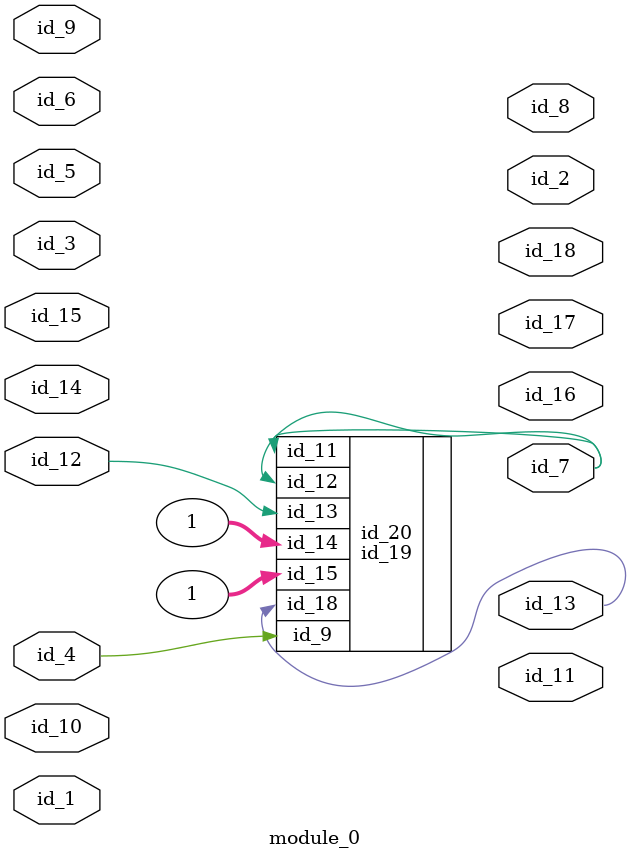
<source format=v>
module module_0 (
    id_1,
    id_2,
    id_3,
    id_4,
    id_5,
    id_6,
    id_7,
    id_8,
    id_9,
    id_10,
    id_11,
    id_12,
    id_13,
    id_14,
    id_15,
    id_16,
    id_17,
    id_18
);
  output id_18;
  output id_17;
  output id_16;
  input id_15;
  input id_14;
  output id_13;
  input id_12;
  output id_11;
  input id_10;
  input id_9;
  output id_8;
  output id_7;
  input id_6;
  input id_5;
  input id_4;
  input id_3;
  output id_2;
  input id_1;
  id_19 id_20 (
      .id_14(id_10),
      .id_9 (id_4),
      .id_11(id_7),
      .id_12(id_7),
      .id_13(id_12),
      .id_14(1),
      .id_18(id_13),
      .id_15(1)
  );
endmodule

</source>
